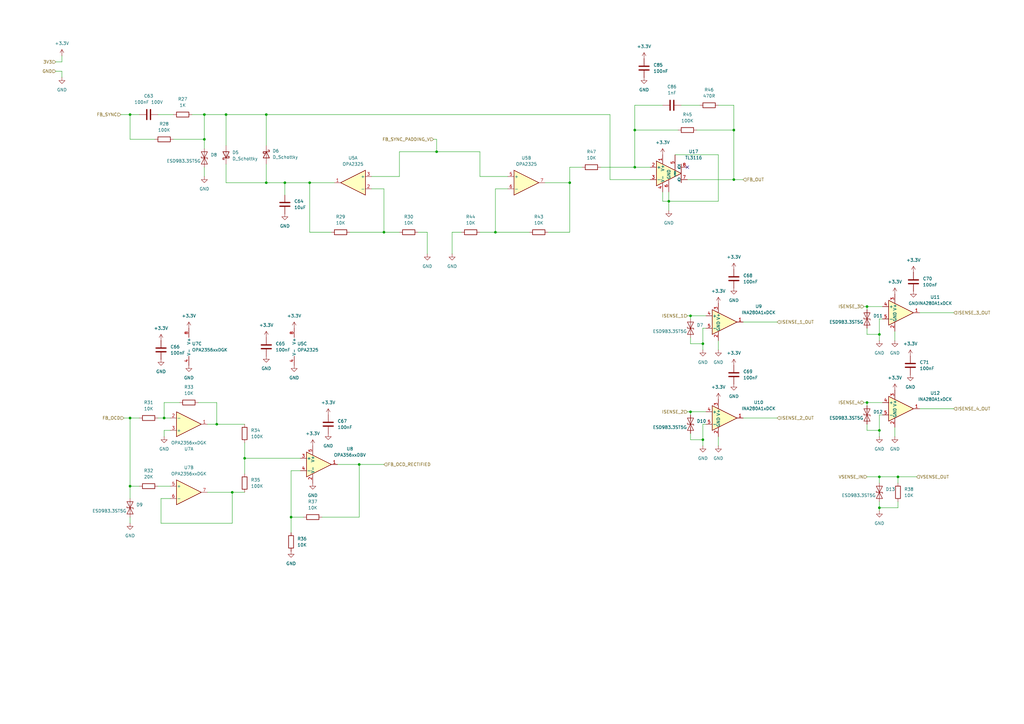
<source format=kicad_sch>
(kicad_sch (version 20250114) (generator "eeschema") (generator_version "9.0")
  (paper "A3")
  (lib_symbols
    (symbol "Amplifier_Current:INA280A1xDCK" (pin_names (offset 0.127))
      (property "Reference" "U" (at 3.81 3.81 0))
      (property "Value" "INA280A1xDCK" (at 3.81 -2.54 0))
      (symbol "INA280A1xDCK_0_1"
        (polyline (pts (xy 5.08 0) (xy -5.08 5.08) (xy -5.08 -5.08) (xy 5.08 0)) (stroke (width 0.254)) (fill (type background)))
      )
      (symbol "INA280A1xDCK_1_1"
        (pin input line (at -7.62 2.54 0) (length 2.54) (name "+") (number "4"))
        (pin input line (at -7.62 -2.54 0) (length 2.54) (name "-") (number "5"))
        (pin power_in line (at -2.54 7.62 270) (length 3.81) (name "V+") (number "3"))
        (pin power_in line (at -2.54 -7.62 90) (length 3.81) (name "GND") (number "2"))
        (pin output line (at 7.62 0 180) (length 2.54) (name "~") (number "1"))
      )
    )
    (symbol "Amplifier_Operational:OPA2325" (pin_names (offset 0.127))
      (property "Reference" "U" (at 0 5.08 0))
      (property "Value" "OPA2325" (at -1.27 -5.08 0))
      (symbol "OPA2325_1_1"
        (polyline (pts (xy -5.08 5.08) (xy 5.08 0) (xy -5.08 -5.08) (xy -5.08 5.08)) (stroke (width 0.254)) (fill (type background)))
        (pin input line (at -7.62 2.54 0) (length 2.54) (name "+") (number "3"))
        (pin input line (at -7.62 -2.54 0) (length 2.54) (name "-") (number "2"))
        (pin output line (at 7.62 0 180) (length 2.54) (name "~") (number "1"))
      )
      (symbol "OPA2325_2_1"
        (polyline (pts (xy -5.08 5.08) (xy 5.08 0) (xy -5.08 -5.08) (xy -5.08 5.08)) (stroke (width 0.254)) (fill (type background)))
        (pin input line (at -7.62 2.54 0) (length 2.54) (name "+") (number "5"))
        (pin input line (at -7.62 -2.54 0) (length 2.54) (name "-") (number "6"))
        (pin output line (at 7.62 0 180) (length 2.54) (name "~") (number "7"))
      )
      (symbol "OPA2325_3_1"
        (pin power_in line (at -2.54 7.62 270) (length 3.81) (name "V+") (number "8"))
        (pin power_in line (at -2.54 -7.62 90) (length 3.81) (name "V-") (number "4"))
      )
    )
    (symbol "Amplifier_Operational:OPA2356xxDGK" (pin_names (offset 0.127))
      (property "Reference" "U" (at 0 5.08 0))
      (property "Value" "OPA2356xxDGK" (at 0 -5.08 0))
      (symbol "OPA2356xxDGK_1_1"
        (polyline (pts (xy -5.08 5.08) (xy 5.08 0) (xy -5.08 -5.08) (xy -5.08 5.08)) (stroke (width 0.254)) (fill (type background)))
        (pin input line (at -7.62 2.54 0) (length 2.54) (name "+") (number "3"))
        (pin input line (at -7.62 -2.54 0) (length 2.54) (name "-") (number "2"))
        (pin output line (at 7.62 0 180) (length 2.54) (name "~") (number "1"))
      )
      (symbol "OPA2356xxDGK_2_1"
        (polyline (pts (xy -5.08 5.08) (xy 5.08 0) (xy -5.08 -5.08) (xy -5.08 5.08)) (stroke (width 0.254)) (fill (type background)))
        (pin input line (at -7.62 2.54 0) (length 2.54) (name "+") (number "5"))
        (pin input line (at -7.62 -2.54 0) (length 2.54) (name "-") (number "6"))
        (pin output line (at 7.62 0 180) (length 2.54) (name "~") (number "7"))
      )
      (symbol "OPA2356xxDGK_3_1"
        (pin power_in line (at -2.54 7.62 270) (length 3.81) (name "V+") (number "8"))
        (pin power_in line (at -2.54 -7.62 90) (length 3.81) (name "V-") (number "4"))
      )
    )
    (symbol "Amplifier_Operational:OPA356xxDBV" (pin_names (offset 0.127))
      (property "Reference" "U" (at -1.27 6.35 0))
      (property "Value" "OPA356xxDBV" (at -1.27 3.81 0))
      (symbol "OPA356xxDBV_0_1"
        (polyline (pts (xy -5.08 5.08) (xy 5.08 0) (xy -5.08 -5.08) (xy -5.08 5.08)) (stroke (width 0.254)) (fill (type background)))
        (pin power_in line (at -2.54 7.62 270) (length 3.81) (name "V+") (number "5"))
        (pin power_in line (at -2.54 -7.62 90) (length 3.81) (name "V-") (number "2"))
      )
      (symbol "OPA356xxDBV_1_1"
        (pin input line (at -7.62 2.54 0) (length 2.54) (name "+") (number "3"))
        (pin input line (at -7.62 -2.54 0) (length 2.54) (name "-") (number "4"))
        (pin output line (at 7.62 0 180) (length 2.54) (name "~") (number "1"))
      )
    )
    (symbol "Comparator:TL3116" (pin_names (offset 0.127))
      (property "Reference" "U" (at 3.81 6.35 0))
      (property "Value" "TL3116" (at 3.81 -5.08 0))
      (symbol "TL3116_0_1"
        (polyline (pts (xy -5.08 5.08) (xy 5.08 0) (xy -5.08 -5.08) (xy -5.08 5.08)) (stroke (width 0.254)) (fill (type background)))
        (polyline (pts (xy 5.08 3.81) (xy 5.08 -3.81)) (stroke (width 0.254)))
      )
      (symbol "TL3116_1_1"
        (pin input line (at -7.62 2.54 0) (length 2.54) (name "+") (number "2"))
        (pin input line (at -7.62 -2.54 0) (length 2.54) (name "-") (number "3"))
        (pin power_in line (at -2.54 7.62 270) (length 3.81) (name "V+") (number "1"))
        (pin power_in line (at -2.54 -7.62 90) (length 3.81) (name "V-") (number "4"))
        (pin power_in line (at 0 -7.62 90) (length 5.08) (name "GND") (number "6"))
        (pin input line (at 2.54 7.62 270) (length 6.35) (name "LATCH") (number "5"))
        (pin output line (at 7.62 2.54 180) (length 2.54) (name "~{Q}") (number "8"))
        (pin output line (at 7.62 -2.54 180) (length 2.54) (name "Q") (number "7"))
      )
    )
    (symbol "Device:C" (pin_numbers (hide yes)) (pin_names (offset 0.254))
      (property "Reference" "C" (at 0.635 2.54 0))
      (property "Value" "C" (at 0.635 -2.54 0))
      (symbol "C_0_1"
        (polyline (pts (xy -2.032 0.762) (xy 2.032 0.762)) (stroke (width 0.508)))
        (polyline (pts (xy -2.032 -0.762) (xy 2.032 -0.762)) (stroke (width 0.508)))
      )
      (symbol "C_1_1"
        (pin passive line (at 0 3.81 270) (length 2.794) (name "~") (number "1"))
        (pin passive line (at 0 -3.81 90) (length 2.794) (name "~") (number "2"))
      )
    )
    (symbol "Device:D_Schottky" (pin_numbers (hide yes)) (pin_names (offset 1.016) (hide yes))
      (property "Reference" "D" (at 0 2.54 0))
      (property "Value" "D_Schottky" (at 0 -2.54 0))
      (symbol "D_Schottky_0_1"
        (polyline (pts (xy -1.905 0.635) (xy -1.905 1.27) (xy -1.27 1.27) (xy -1.27 -1.27) (xy -0.635 -1.27) (xy -0.635 -0.635)) (stroke (width 0.254)))
        (polyline (pts (xy 1.27 1.27) (xy 1.27 -1.27) (xy -1.27 0) (xy 1.27 1.27)) (stroke (width 0.254)))
        (polyline (pts (xy 1.27 0) (xy -1.27 0)))
      )
      (symbol "D_Schottky_1_1"
        (pin passive line (at -3.81 0 0) (length 2.54) (name "K") (number "1"))
        (pin passive line (at 3.81 0 180) (length 2.54) (name "A") (number "2"))
      )
    )
    (symbol "Device:R" (pin_numbers (hide yes)) (pin_names (offset 0))
      (property "Reference" "R" (at 2.032 0 90))
      (property "Value" "R" (at 0 0 90))
      (symbol "R_0_1"
        (rectangle (start -1.016 -2.54) (end 1.016 2.54) (stroke (width 0.254)))
      )
      (symbol "R_1_1"
        (pin passive line (at 0 3.81 270) (length 1.27) (name "~") (number "1"))
        (pin passive line (at 0 -3.81 90) (length 1.27) (name "~") (number "2"))
      )
    )
    (symbol "Diode:ESD9B3.3ST5G" (pin_numbers (hide yes)) (pin_names (offset 1.016) (hide yes))
      (property "Reference" "D" (at 0 2.54 0))
      (property "Value" "ESD9B3.3ST5G" (at 0 -2.54 0))
      (symbol "ESD9B3.3ST5G_0_1"
        (polyline (pts (xy -2.54 -1.27) (xy 0 0) (xy -2.54 1.27) (xy -2.54 -1.27)) (stroke (width 0.2032)))
        (polyline (pts (xy 0.508 1.27) (xy 0 1.27) (xy 0 -1.27) (xy -0.508 -1.27)) (stroke (width 0.2032)))
        (polyline (pts (xy 1.27 0) (xy -1.27 0)))
        (polyline (pts (xy 2.54 1.27) (xy 2.54 -1.27) (xy 0 0) (xy 2.54 1.27)) (stroke (width 0.2032)))
      )
      (symbol "ESD9B3.3ST5G_1_1"
        (pin passive line (at -3.81 0 0) (length 2.54) (name "A1") (number "1"))
        (pin passive line (at 3.81 0 180) (length 2.54) (name "A2") (number "2"))
      )
    )
    (symbol "power:+3.3V" (power) (pin_numbers (hide yes)) (pin_names (offset 0) (hide yes))
      (property "Value" "+3.3V" (at 0 3.556 0))
      (symbol "+3.3V_0_1"
        (polyline (pts (xy -0.762 1.27) (xy 0 2.54)))
        (polyline (pts (xy 0 2.54) (xy 0.762 1.27)))
        (polyline (pts (xy 0 0) (xy 0 2.54)))
      )
      (symbol "+3.3V_1_1"
        (pin power_in line (at 0 0 90) (length 0) (name "~") (number "1"))
      )
    )
    (symbol "power:GND" (power) (pin_numbers (hide yes)) (pin_names (offset 0) (hide yes))
      (property "Value" "GND" (at 0 -3.81 0))
      (symbol "GND_0_1"
        (polyline (pts (xy 0 0) (xy 0 -1.27) (xy 1.27 -1.27) (xy 0 -2.54) (xy -1.27 -1.27) (xy 0 -1.27)))
      )
      (symbol "GND_1_1"
        (pin power_in line (at 0 0 270) (length 0) (name "~") (number "1"))
      )
    )
  )
  (junction (at 157.48 95.25))
  (junction (at 179.07 62.23))
  (junction (at 260.35 68.58))
  (junction (at 109.22 46.99))
  (junction (at 274.32 82.55))
  (junction (at 283.21 129.54))
  (junction (at 147.32 190.5))
  (junction (at 83.82 46.99))
  (junction (at 53.34 171.45))
  (junction (at 116.84 74.93))
  (junction (at 88.9 173.99))
  (junction (at 360.68 208.28))
  (junction (at 83.82 57.15))
  (junction (at 92.71 46.99))
  (junction (at 360.68 195.58))
  (junction (at 109.22 74.93))
  (junction (at 233.68 74.93))
  (junction (at 100.33 187.96))
  (junction (at 355.6 125.73))
  (junction (at 300.99 73.66))
  (junction (at 368.3 195.58))
  (junction (at 53.34 46.99))
  (junction (at 360.68 137.16))
  (junction (at 95.25 201.93))
  (junction (at 283.21 168.91))
  (junction (at 53.34 199.39))
  (junction (at 203.2 95.25))
  (junction (at 300.99 53.34))
  (junction (at 127 74.93))
  (junction (at 119.38 212.09))
  (junction (at 67.31 171.45))
  (junction (at 260.35 53.34))
  (junction (at 355.6 165.1))
  (junction (at 288.29 180.34))
  (junction (at 360.68 176.53))
  (junction (at 288.29 140.97))
  (no_connect (at 281.94 68.58))
  (wire (pts (xy 250.19 73.66) (xy 250.19 46.99)))
  (wire (pts (xy 127 74.93) (xy 137.16 74.93)))
  (wire (pts (xy 50.8 171.45) (xy 53.34 171.45)))
  (wire (pts (xy 294.64 182.88) (xy 294.64 179.07)))
  (wire (pts (xy 67.31 179.07) (xy 67.31 176.53)))
  (wire (pts (xy 360.68 176.53) (xy 360.68 170.18)))
  (wire (pts (xy 67.31 171.45) (xy 69.85 171.45)))
  (wire (pts (xy 67.31 176.53) (xy 69.85 176.53)))
  (wire (pts (xy 355.6 176.53) (xy 360.68 176.53)))
  (wire (pts (xy 116.84 74.93) (xy 109.22 74.93)))
  (wire (pts (xy 360.68 195.58) (xy 368.3 195.58)))
  (wire (pts (xy 288.29 173.99) (xy 289.56 173.99)))
  (wire (pts (xy 360.68 139.7) (xy 360.68 137.16)))
  (wire (pts (xy 83.82 68.58) (xy 83.82 72.39)))
  (wire (pts (xy 132.08 212.09) (xy 147.32 212.09)))
  (wire (pts (xy 283.21 180.34) (xy 288.29 180.34)))
  (wire (pts (xy 367.03 179.07) (xy 367.03 175.26)))
  (wire (pts (xy 300.99 73.66) (xy 281.94 73.66)))
  (wire (pts (xy 283.21 129.54) (xy 283.21 130.81)))
  (wire (pts (xy 66.04 204.47) (xy 66.04 214.63)))
  (wire (pts (xy 360.68 130.81) (xy 361.95 130.81)))
  (wire (pts (xy 288.29 140.97) (xy 288.29 134.62)))
  (wire (pts (xy 377.19 167.64) (xy 391.16 167.64)))
  (wire (pts (xy 53.34 171.45) (xy 53.34 199.39)))
  (wire (pts (xy 279.4 43.18) (xy 287.02 43.18)))
  (wire (pts (xy 185.42 104.14) (xy 185.42 95.25)))
  (wire (pts (xy 179.07 57.15) (xy 179.07 62.23)))
  (wire (pts (xy 283.21 140.97) (xy 288.29 140.97)))
  (wire (pts (xy 83.82 46.99) (xy 92.71 46.99)))
  (wire (pts (xy 175.26 95.25) (xy 171.45 95.25)))
  (wire (pts (xy 53.34 171.45) (xy 57.15 171.45)))
  (wire (pts (xy 147.32 190.5) (xy 157.48 190.5)))
  (wire (pts (xy 233.68 74.93) (xy 223.52 74.93)))
  (wire (pts (xy 53.34 212.09) (xy 53.34 214.63)))
  (wire (pts (xy 88.9 165.1) (xy 88.9 173.99)))
  (wire (pts (xy 53.34 199.39) (xy 53.34 204.47)))
  (wire (pts (xy 274.32 78.74) (xy 274.32 82.55)))
  (wire (pts (xy 360.68 205.74) (xy 360.68 208.28)))
  (wire (pts (xy 368.3 205.74) (xy 368.3 208.28)))
  (wire (pts (xy 66.04 214.63) (xy 95.25 214.63)))
  (wire (pts (xy 281.94 129.54) (xy 283.21 129.54)))
  (wire (pts (xy 143.51 95.25) (xy 157.48 95.25)))
  (wire (pts (xy 163.83 72.39) (xy 152.4 72.39)))
  (wire (pts (xy 283.21 168.91) (xy 289.56 168.91)))
  (wire (pts (xy 157.48 95.25) (xy 163.83 95.25)))
  (wire (pts (xy 147.32 212.09) (xy 147.32 190.5)))
  (wire (pts (xy 281.94 168.91) (xy 283.21 168.91)))
  (wire (pts (xy 127 74.93) (xy 127 95.25)))
  (wire (pts (xy 83.82 57.15) (xy 83.82 60.96)))
  (wire (pts (xy 377.19 128.27) (xy 391.16 128.27)))
  (wire (pts (xy 127 95.25) (xy 135.89 95.25)))
  (wire (pts (xy 64.77 199.39) (xy 69.85 199.39)))
  (wire (pts (xy 304.8 73.66) (xy 300.99 73.66)))
  (wire (pts (xy 64.77 46.99) (xy 71.12 46.99)))
  (wire (pts (xy 304.8 132.08) (xy 318.77 132.08)))
  (wire (pts (xy 304.8 171.45) (xy 318.77 171.45)))
  (wire (pts (xy 355.6 137.16) (xy 360.68 137.16)))
  (wire (pts (xy 355.6 134.62) (xy 355.6 137.16)))
  (wire (pts (xy 163.83 62.23) (xy 179.07 62.23)))
  (wire (pts (xy 355.6 125.73) (xy 361.95 125.73)))
  (wire (pts (xy 355.6 165.1) (xy 361.95 165.1)))
  (wire (pts (xy 233.68 74.93) (xy 233.68 95.25)))
  (wire (pts (xy 260.35 53.34) (xy 278.13 53.34)))
  (wire (pts (xy 354.33 165.1) (xy 355.6 165.1)))
  (wire (pts (xy 25.4 29.21) (xy 22.86 29.21)))
  (wire (pts (xy 360.68 208.28) (xy 360.68 209.55)))
  (wire (pts (xy 109.22 46.99) (xy 109.22 59.69)))
  (wire (pts (xy 163.83 62.23) (xy 163.83 72.39)))
  (wire (pts (xy 283.21 177.8) (xy 283.21 180.34)))
  (wire (pts (xy 64.77 171.45) (xy 67.31 171.45)))
  (wire (pts (xy 175.26 104.14) (xy 175.26 95.25)))
  (wire (pts (xy 368.3 195.58) (xy 368.3 198.12)))
  (wire (pts (xy 81.28 165.1) (xy 88.9 165.1)))
  (wire (pts (xy 95.25 201.93) (xy 100.33 201.93)))
  (wire (pts (xy 274.32 82.55) (xy 274.32 86.36)))
  (wire (pts (xy 92.71 74.93) (xy 92.71 67.31)))
  (wire (pts (xy 233.68 95.25) (xy 224.79 95.25)))
  (wire (pts (xy 355.6 165.1) (xy 355.6 166.37)))
  (wire (pts (xy 109.22 67.31) (xy 109.22 74.93)))
  (wire (pts (xy 355.6 173.99) (xy 355.6 176.53)))
  (wire (pts (xy 185.42 95.25) (xy 189.23 95.25)))
  (wire (pts (xy 25.4 25.4) (xy 25.4 22.86)))
  (wire (pts (xy 109.22 74.93) (xy 92.71 74.93)))
  (wire (pts (xy 368.3 195.58) (xy 375.92 195.58)))
  (wire (pts (xy 196.85 72.39) (xy 208.28 72.39)))
  (wire (pts (xy 92.71 46.99) (xy 109.22 46.99)))
  (wire (pts (xy 288.29 143.51) (xy 288.29 140.97)))
  (wire (pts (xy 246.38 68.58) (xy 260.35 68.58)))
  (wire (pts (xy 294.64 143.51) (xy 294.64 139.7)))
  (wire (pts (xy 217.17 95.25) (xy 203.2 95.25)))
  (wire (pts (xy 271.78 43.18) (xy 260.35 43.18)))
  (wire (pts (xy 271.78 82.55) (xy 274.32 82.55)))
  (wire (pts (xy 100.33 187.96) (xy 123.19 187.96)))
  (wire (pts (xy 53.34 46.99) (xy 53.34 57.15)))
  (wire (pts (xy 360.68 195.58) (xy 360.68 198.12)))
  (wire (pts (xy 294.64 63.5) (xy 294.64 82.55)))
  (wire (pts (xy 179.07 62.23) (xy 196.85 62.23)))
  (wire (pts (xy 49.53 46.99) (xy 53.34 46.99)))
  (wire (pts (xy 208.28 77.47) (xy 203.2 77.47)))
  (wire (pts (xy 203.2 95.25) (xy 196.85 95.25)))
  (wire (pts (xy 100.33 181.61) (xy 100.33 187.96)))
  (wire (pts (xy 147.32 190.5) (xy 138.43 190.5)))
  (wire (pts (xy 283.21 168.91) (xy 283.21 170.18)))
  (wire (pts (xy 288.29 182.88) (xy 288.29 180.34)))
  (wire (pts (xy 233.68 68.58) (xy 233.68 74.93)))
  (wire (pts (xy 276.86 63.5) (xy 294.64 63.5)))
  (wire (pts (xy 354.33 125.73) (xy 355.6 125.73)))
  (wire (pts (xy 367.03 139.7) (xy 367.03 135.89)))
  (wire (pts (xy 53.34 199.39) (xy 57.15 199.39)))
  (wire (pts (xy 355.6 195.58) (xy 360.68 195.58)))
  (wire (pts (xy 266.7 73.66) (xy 250.19 73.66)))
  (wire (pts (xy 238.76 68.58) (xy 233.68 68.58)))
  (wire (pts (xy 119.38 218.44) (xy 119.38 212.09)))
  (wire (pts (xy 92.71 46.99) (xy 92.71 59.69)))
  (wire (pts (xy 100.33 187.96) (xy 100.33 194.31)))
  (wire (pts (xy 109.22 46.99) (xy 250.19 46.99)))
  (wire (pts (xy 285.75 53.34) (xy 300.99 53.34)))
  (wire (pts (xy 177.8 57.15) (xy 179.07 57.15)))
  (wire (pts (xy 360.68 179.07) (xy 360.68 176.53)))
  (wire (pts (xy 67.31 165.1) (xy 67.31 171.45)))
  (wire (pts (xy 260.35 53.34) (xy 260.35 68.58)))
  (wire (pts (xy 294.64 82.55) (xy 274.32 82.55)))
  (wire (pts (xy 116.84 74.93) (xy 127 74.93)))
  (wire (pts (xy 88.9 173.99) (xy 85.09 173.99)))
  (wire (pts (xy 288.29 134.62) (xy 289.56 134.62)))
  (wire (pts (xy 260.35 68.58) (xy 266.7 68.58)))
  (wire (pts (xy 95.25 214.63) (xy 95.25 201.93)))
  (wire (pts (xy 152.4 77.47) (xy 157.48 77.47)))
  (wire (pts (xy 283.21 138.43) (xy 283.21 140.97)))
  (wire (pts (xy 196.85 62.23) (xy 196.85 72.39)))
  (wire (pts (xy 283.21 129.54) (xy 289.56 129.54)))
  (wire (pts (xy 300.99 53.34) (xy 300.99 73.66)))
  (wire (pts (xy 88.9 173.99) (xy 100.33 173.99)))
  (wire (pts (xy 360.68 137.16) (xy 360.68 130.81)))
  (wire (pts (xy 203.2 77.47) (xy 203.2 95.25)))
  (wire (pts (xy 119.38 193.04) (xy 119.38 212.09)))
  (wire (pts (xy 123.19 193.04) (xy 119.38 193.04)))
  (wire (pts (xy 260.35 43.18) (xy 260.35 53.34)))
  (wire (pts (xy 294.64 43.18) (xy 300.99 43.18)))
  (wire (pts (xy 53.34 46.99) (xy 57.15 46.99)))
  (wire (pts (xy 69.85 204.47) (xy 66.04 204.47)))
  (wire (pts (xy 300.99 43.18) (xy 300.99 53.34)))
  (wire (pts (xy 83.82 46.99) (xy 78.74 46.99)))
  (wire (pts (xy 368.3 208.28) (xy 360.68 208.28)))
  (wire (pts (xy 360.68 170.18) (xy 361.95 170.18)))
  (wire (pts (xy 288.29 180.34) (xy 288.29 173.99)))
  (wire (pts (xy 157.48 77.47) (xy 157.48 95.25)))
  (wire (pts (xy 116.84 80.01) (xy 116.84 74.93)))
  (wire (pts (xy 119.38 212.09) (xy 124.46 212.09)))
  (wire (pts (xy 73.66 165.1) (xy 67.31 165.1)))
  (wire (pts (xy 53.34 57.15) (xy 63.5 57.15)))
  (wire (pts (xy 271.78 78.74) (xy 271.78 82.55)))
  (wire (pts (xy 22.86 25.4) (xy 25.4 25.4)))
  (wire (pts (xy 355.6 125.73) (xy 355.6 127)))
  (wire (pts (xy 25.4 31.75) (xy 25.4 29.21)))
  (wire (pts (xy 95.25 201.93) (xy 85.09 201.93)))
  (wire (pts (xy 83.82 57.15) (xy 83.82 46.99)))
  (wire (pts (xy 71.12 57.15) (xy 83.82 57.15)))
  (hierarchical_label "ISENSE_3" (shape input) (at 354.33 125.73 180))
  (hierarchical_label "3V3" (shape input) (at 22.86 25.4 180))
  (hierarchical_label "FB_OUT" (shape input) (at 304.8 73.66 0))
  (hierarchical_label "ISENSE_2" (shape input) (at 281.94 168.91 180))
  (hierarchical_label "ISENSE_1_OUT" (shape input) (at 318.77 132.08 0))
  (hierarchical_label "FB_SYNC_PADDING_V" (shape input) (at 177.8 57.15 180))
  (hierarchical_label "FB_OCD" (shape input) (at 50.8 171.45 180))
  (hierarchical_label "VSENSE_OUT" (shape input) (at 375.92 195.58 0))
  (hierarchical_label "VSENSE_IN" (shape input) (at 355.6 195.58 180))
  (hierarchical_label "FB_SYNC" (shape input) (at 49.53 46.99 180))
  (hierarchical_label "ISENSE_2_OUT" (shape input) (at 318.77 171.45 0))
  (hierarchical_label "FB_OCD_RECTIFIED" (shape input) (at 157.48 190.5 0))
  (hierarchical_label "ISENSE_4_OUT" (shape input) (at 391.16 167.64 0))
  (hierarchical_label "ISENSE_4" (shape input) (at 354.33 165.1 180))
  (hierarchical_label "GND" (shape input) (at 22.86 29.21 180))
  (hierarchical_label "ISENSE_1" (shape input) (at 281.94 129.54 180))
  (hierarchical_label "ISENSE_3_OUT" (shape input) (at 391.16 128.27 0))
  (symbol (lib_id "power:GND") (at 264.16 31.75 0) (unit 1)
    (property "Reference" "#PWR0159" (effects (hide yes)))
    (property "Value" "GND" (at 264.16 36.83 0))
    (property "Description" "Power symbol creates a global label with name \"GND\" , ground" (effects (hide yes)))
  )
  (symbol (lib_id "power:+3.3V") (at 264.16 24.13 0) (unit 1)
    (property "Reference" "#PWR0158" (effects (hide yes)))
    (property "Value" "+3.3V" (at 264.16 19.05 0))
    (property "Description" "Power symbol creates a global label with name \"+3.3V\"" (effects (hide yes)))
  )
  (symbol (lib_id "power:+3.3V") (at 25.4 22.86 0) (unit 1)
    (property "Reference" "#PWR087" (effects (hide yes)))
    (property "Value" "+3.3V" (at 25.4 17.78 0))
    (property "Description" "Power symbol creates a global label with name \"+3.3V\"" (effects (hide yes)))
  )
  (symbol (lib_id "Device:R") (at 60.96 199.39 90) (unit 1)
    (property "Reference" "R32" (at 60.96 193.04 90))
    (property "Value" "20K" (at 60.96 195.58 90))
    (property "Footprint" "Resistor_SMD:R_0402_1005Metric" (effects (hide yes)))
    (property "Description" "Resistor" (effects (hide yes)))
  )
  (symbol (lib_id "power:GND") (at 185.42 104.14 0) (mirror y) (unit 1)
    (property "Reference" "#PWR086" (effects (hide yes)))
    (property "Value" "GND" (at 185.42 109.22 0))
    (property "Description" "Power symbol creates a global label with name \"GND\" , ground" (effects (hide yes)))
  )
  (symbol (lib_id "power:GND") (at 119.38 226.06 0) (unit 1)
    (property "Reference" "#PWR0101" (effects (hide yes)))
    (property "Value" "GND" (at 119.38 231.14 0))
    (property "Description" "Power symbol creates a global label with name \"GND\" , ground" (effects (hide yes)))
  )
  (symbol (lib_id "Comparator:TL3116") (at 274.32 71.12 0) (unit 1)
    (property "Reference" "U17" (at 284.48 62.1598 0))
    (property "Value" "TL3116" (at 284.48 64.6998 0))
    (property "Footprint" "Package_SO:TSSOP-8_4.4x3mm_P0.65mm" (effects (hide yes)))
    (property "Datasheet" "http://www.ti.com/lit/ds/symlink/tl3116.pdf" (effects (hide yes)))
    (property "Description" "Single Ultra-Fast Low-Power Precision Comparators, SOIC-8/TSSOP-8" (effects (hide yes)))
  )
  (symbol (lib_id "power:+3.3V") (at 120.65 134.62 0) (unit 1)
    (property "Reference" "#PWR0155" (effects (hide yes)))
    (property "Value" "+3.3V" (at 120.65 129.54 0))
    (property "Description" "Power symbol creates a global label with name \"+3.3V\"" (effects (hide yes)))
  )
  (symbol (lib_id "Device:R") (at 220.98 95.25 270) (mirror x) (unit 1)
    (property "Reference" "R43" (at 220.98 88.9 90))
    (property "Value" "10K" (at 220.98 91.44 90))
    (property "Footprint" "Resistor_SMD:R_0402_1005Metric" (effects (hide yes)))
    (property "Description" "Resistor" (effects (hide yes)))
  )
  (symbol (lib_id "Amplifier_Operational:OPA2325") (at 123.19 142.24 0) (unit 3)
    (property "Reference" "U5" (at 121.92 140.9699 0) (effects (justify left)))
    (property "Value" "OPA2325" (at 121.92 143.5099 0) (effects (justify left)))
    (property "Footprint" "Package_SO:SOIC-8_3.9x4.9mm_P1.27mm" (effects (hide yes)))
    (property "Datasheet" "http://www.ti.com/lit/ds/symlink/opa2325.pdf" (effects (hide yes)))
    (property "Description" "Precision, 10-MHz, Low-Noise, Low-Power, RRIO, CMOS Operational Amplifier, SOIC-8" (effects (hide yes)))
  )
  (symbol (lib_id "power:+3.3V") (at 294.64 124.46 0) (unit 1)
    (property "Reference" "#PWR0105" (effects (hide yes)))
    (property "Value" "+3.3V" (at 294.64 119.38 0))
    (property "Description" "Power symbol creates a global label with name \"+3.3V\"" (effects (hide yes)))
  )
  (symbol (lib_id "Amplifier_Current:INA280A1xDCK") (at 297.18 132.08 0) (unit 1)
    (property "Reference" "U9" (at 311.15 125.6598 0))
    (property "Value" "INA280A1xDCK" (at 311.15 128.1998 0))
    (property "Footprint" "Package_TO_SOT_SMD:SOT-353_SC-70-5" (effects (hide yes)))
    (property "Datasheet" "https://www.ti.com/lit/ds/symlink/ina280.pdf" (effects (hide yes)))
    (property "Description" "Current Sense Amplifier, 2.7-V to 120-V Common Mode, 1.1-MHz, Gain 20 V/V, SC-70" (effects (hide yes)))
  )
  (symbol (lib_id "Device:R") (at 193.04 95.25 270) (mirror x) (unit 1)
    (property "Reference" "R44" (at 193.04 88.9 90))
    (property "Value" "10K" (at 193.04 91.44 90))
    (property "Footprint" "Resistor_SMD:R_0402_1005Metric" (effects (hide yes)))
    (property "Description" "Resistor" (effects (hide yes)))
  )
  (symbol (lib_id "power:+3.3V") (at 367.03 160.02 0) (unit 1)
    (property "Reference" "#PWR0118" (effects (hide yes)))
    (property "Value" "+3.3V" (at 367.03 154.94 0))
    (property "Description" "Power symbol creates a global label with name \"+3.3V\"" (effects (hide yes)))
  )
  (symbol (lib_id "Device:C") (at 275.59 43.18 270) (unit 1)
    (property "Reference" "C86" (at 275.59 35.56 90))
    (property "Value" "1nF" (at 275.59 38.1 90))
    (property "Footprint" "Capacitor_SMD:C_0402_1005Metric" (effects (hide yes)))
    (property "Description" "Unpolarized capacitor" (effects (hide yes)))
  )
  (symbol (lib_id "power:GND") (at 134.62 177.8 0) (unit 1)
    (property "Reference" "#PWR098" (effects (hide yes)))
    (property "Value" "GND" (at 134.62 182.88 0))
    (property "Description" "Power symbol creates a global label with name \"GND\" , ground" (effects (hide yes)))
  )
  (symbol (lib_id "Amplifier_Operational:OPA356xxDBV") (at 130.81 190.5 0) (unit 1)
    (property "Reference" "U8" (at 143.51 184.0798 0))
    (property "Value" "OPA356xxDBV" (at 143.51 186.6198 0))
    (property "Footprint" "Package_TO_SOT_SMD:SOT-23-5" (effects (hide yes)))
    (property "Datasheet" "http://www.ti.com/lit/ds/symlink/opa356.pdf" (effects (hide yes)))
    (property "Description" "Single High Speed CMOS Operational Amplifier, SOT-23-5" (effects (hide yes)))
  )
  (symbol (lib_id "Amplifier_Current:INA280A1xDCK") (at 369.57 167.64 0) (unit 1)
    (property "Reference" "U12" (at 383.54 161.2198 0))
    (property "Value" "INA280A1xDCK" (at 383.54 163.7598 0))
    (property "Footprint" "Package_TO_SOT_SMD:SOT-353_SC-70-5" (effects (hide yes)))
    (property "Datasheet" "https://www.ti.com/lit/ds/symlink/ina280.pdf" (effects (hide yes)))
    (property "Description" "Current Sense Amplifier, 2.7-V to 120-V Common Mode, 1.1-MHz, Gain 20 V/V, SC-70" (effects (hide yes)))
  )
  (symbol (lib_id "Device:C") (at 264.16 27.94 180) (unit 1)
    (property "Reference" "C85" (at 267.97 26.6699 0) (effects (justify right)))
    (property "Value" "100nF" (at 267.97 29.2099 0) (effects (justify right)))
    (property "Footprint" "Capacitor_SMD:C_0402_1005Metric" (effects (hide yes)))
    (property "Description" "Unpolarized capacitor" (effects (hide yes)))
  )
  (symbol (lib_id "Device:R") (at 119.38 222.25 180) (unit 1)
    (property "Reference" "R36" (at 121.92 220.9799 0) (effects (justify right)))
    (property "Value" "10K" (at 121.92 223.5199 0) (effects (justify right)))
    (property "Footprint" "Resistor_SMD:R_0402_1005Metric" (effects (hide yes)))
    (property "Description" "Resistor" (effects (hide yes)))
  )
  (symbol (lib_id "power:GND") (at 288.29 182.88 0) (unit 1)
    (property "Reference" "#PWR0109" (effects (hide yes)))
    (property "Value" "GND" (at 288.29 187.96 0))
    (property "Description" "Power symbol creates a global label with name \"GND\" , ground" (effects (hide yes)))
  )
  (symbol (lib_id "Device:C") (at 60.96 46.99 90) (unit 1)
    (property "Reference" "C63" (at 60.96 39.37 90))
    (property "Value" "100nF 100V" (at 60.96 41.91 90))
    (property "Footprint" "Capacitor_SMD:C_1206_3216Metric" (effects (hide yes)))
    (property "Description" "Unpolarized capacitor" (effects (hide yes)))
  )
  (symbol (lib_id "power:+3.3V") (at 300.99 110.49 0) (unit 1)
    (property "Reference" "#PWR0102" (effects (hide yes)))
    (property "Value" "+3.3V" (at 300.99 105.41 0))
    (property "Description" "Power symbol creates a global label with name \"+3.3V\"" (effects (hide yes)))
  )
  (symbol (lib_id "Amplifier_Operational:OPA2325") (at 215.9 74.93 0) (unit 2)
    (property "Reference" "U5" (at 215.9 64.77 0))
    (property "Value" "OPA2325" (at 215.9 67.31 0))
    (property "Footprint" "Package_SO:SOIC-8_3.9x4.9mm_P1.27mm" (effects (hide yes)))
    (property "Datasheet" "http://www.ti.com/lit/ds/symlink/opa2325.pdf" (effects (hide yes)))
    (property "Description" "Precision, 10-MHz, Low-Noise, Low-Power, RRIO, CMOS Operational Amplifier, SOIC-8" (effects (hide yes)))
  )
  (symbol (lib_id "power:GND") (at 274.32 86.36 0) (unit 1)
    (property "Reference" "#PWR088" (effects (hide yes)))
    (property "Value" "GND" (at 274.32 91.44 0))
    (property "Description" "Power symbol creates a global label with name \"GND\" , ground" (effects (hide yes)))
  )
  (symbol (lib_id "power:+3.3V") (at 374.65 111.76 0) (unit 1)
    (property "Reference" "#PWR0120" (effects (hide yes)))
    (property "Value" "+3.3V" (at 374.65 106.68 0))
    (property "Description" "Power symbol creates a global label with name \"+3.3V\"" (effects (hide yes)))
  )
  (symbol (lib_id "power:GND") (at 83.82 72.39 0) (unit 1)
    (property "Reference" "#PWR0107" (effects (hide yes)))
    (property "Value" "GND" (at 83.82 77.47 0))
    (property "Description" "Power symbol creates a global label with name \"GND\" , ground" (effects (hide yes)))
  )
  (symbol (lib_id "power:GND") (at 360.68 179.07 0) (unit 1)
    (property "Reference" "#PWR0115" (effects (hide yes)))
    (property "Value" "GND" (at 360.68 184.15 0))
    (property "Description" "Power symbol creates a global label with name \"GND\" , ground" (effects (hide yes)))
  )
  (symbol (lib_id "Device:C") (at 134.62 173.99 180) (unit 1)
    (property "Reference" "C67" (at 138.43 172.7199 0) (effects (justify right)))
    (property "Value" "100nF" (at 138.43 175.2599 0) (effects (justify right)))
    (property "Footprint" "Capacitor_SMD:C_0402_1005Metric" (effects (hide yes)))
    (property "Description" "Unpolarized capacitor" (effects (hide yes)))
  )
  (symbol (lib_id "Amplifier_Operational:OPA2325") (at 144.78 74.93 0) (mirror y) (unit 1)
    (property "Reference" "U5" (at 144.78 64.77 0))
    (property "Value" "OPA2325" (at 144.78 67.31 0))
    (property "Footprint" "Package_SO:SOIC-8_3.9x4.9mm_P1.27mm" (effects (hide yes)))
    (property "Datasheet" "http://www.ti.com/lit/ds/symlink/opa2325.pdf" (effects (hide yes)))
    (property "Description" "Precision, 10-MHz, Low-Noise, Low-Power, RRIO, CMOS Operational Amplifier, SOIC-8" (effects (hide yes)))
  )
  (symbol (lib_id "power:+3.3V") (at 128.27 182.88 0) (unit 1)
    (property "Reference" "#PWR099" (effects (hide yes)))
    (property "Value" "+3.3V" (at 128.27 177.8 0))
    (property "Description" "Power symbol creates a global label with name \"+3.3V\"" (effects (hide yes)))
  )
  (symbol (lib_id "Amplifier_Operational:OPA2356xxDGK") (at 77.47 201.93 0) (unit 2)
    (property "Reference" "U7" (at 77.47 191.77 0))
    (property "Value" "OPA2356xxDGK" (at 77.47 194.31 0))
    (property "Footprint" "Package_SO:SOIC-8_3.9x4.9mm_P1.27mm" (effects (hide yes)))
    (property "Datasheet" "http://www.ti.com/lit/ds/symlink/opa2356.pdf" (effects (hide yes)))
    (property "Description" "Dual High Speed CMOS Operational Amplifiers, VSSOP-8" (effects (hide yes)))
  )
  (symbol (lib_id "power:GND") (at 300.99 157.48 0) (unit 1)
    (property "Reference" "#PWR0113" (effects (hide yes)))
    (property "Value" "GND" (at 300.99 162.56 0))
    (property "Description" "Power symbol creates a global label with name \"GND\" , ground" (effects (hide yes)))
  )
  (symbol (lib_id "Device:C") (at 300.99 114.3 180) (unit 1)
    (property "Reference" "C68" (at 304.8 113.0299 0) (effects (justify right)))
    (property "Value" "100nF" (at 304.8 115.5699 0) (effects (justify right)))
    (property "Footprint" "Capacitor_SMD:C_0402_1005Metric" (effects (hide yes)))
    (property "Description" "Unpolarized capacitor" (effects (hide yes)))
  )
  (symbol (lib_id "Device:C") (at 374.65 115.57 180) (unit 1)
    (property "Reference" "C70" (at 378.46 114.2999 0) (effects (justify right)))
    (property "Value" "100nF" (at 378.46 116.8399 0) (effects (justify right)))
    (property "Footprint" "Capacitor_SMD:C_0402_1005Metric" (effects (hide yes)))
    (property "Description" "Unpolarized capacitor" (effects (hide yes)))
  )
  (symbol (lib_id "Diode:ESD9B3.3ST5G") (at 283.21 173.99 90) (unit 1)
    (property "Reference" "D10" (at 285.75 172.7199 90) (effects (justify right)))
    (property "Value" "ESD9B3.3ST5G" (at 267.716 175.26 90) (effects (justify right)))
    (property "Footprint" "Diode_SMD:D_SOD-923" (effects (hide yes)))
    (property "Datasheet" "https://www.onsemi.com/pub/Collateral/ESD9B-D.PDF" (effects (hide yes)))
    (property "Description" "ESD protection diode, 3.3Vrwm, SOD-923" (effects (hide yes)))
  )
  (symbol (lib_id "Device:R") (at 100.33 177.8 180) (unit 1)
    (property "Reference" "R34" (at 102.87 176.5299 0) (effects (justify right)))
    (property "Value" "100K" (at 102.87 179.0699 0) (effects (justify right)))
    (property "Footprint" "Resistor_SMD:R_0402_1005Metric" (effects (hide yes)))
    (property "Description" "Resistor" (effects (hide yes)))
  )
  (symbol (lib_id "Device:R") (at 167.64 95.25 90) (unit 1)
    (property "Reference" "R30" (at 167.64 88.9 90))
    (property "Value" "10K" (at 167.64 91.44 90))
    (property "Footprint" "Resistor_SMD:R_0402_1005Metric" (effects (hide yes)))
    (property "Description" "Resistor" (effects (hide yes)))
  )
  (symbol (lib_id "power:GND") (at 300.99 118.11 0) (unit 1)
    (property "Reference" "#PWR0103" (effects (hide yes)))
    (property "Value" "GND" (at 300.99 123.19 0))
    (property "Description" "Power symbol creates a global label with name \"GND\" , ground" (effects (hide yes)))
  )
  (symbol (lib_id "power:+3.3V") (at 300.99 149.86 0) (unit 1)
    (property "Reference" "#PWR0112" (effects (hide yes)))
    (property "Value" "+3.3V" (at 300.99 144.78 0))
    (property "Description" "Power symbol creates a global label with name \"+3.3V\"" (effects (hide yes)))
  )
  (symbol (lib_id "Device:R") (at 290.83 43.18 270) (mirror x) (unit 1)
    (property "Reference" "R46" (at 290.83 36.83 90))
    (property "Value" "470R" (at 290.83 39.37 90))
    (property "Footprint" "Resistor_SMD:R_0402_1005Metric" (effects (hide yes)))
    (property "Description" "Resistor" (effects (hide yes)))
  )
  (symbol (lib_id "Device:R") (at 67.31 57.15 90) (unit 1)
    (property "Reference" "R28" (at 67.31 50.8 90))
    (property "Value" "100K" (at 67.31 53.34 90))
    (property "Footprint" "Resistor_SMD:R_1206_3216Metric" (effects (hide yes)))
    (property "Description" "Resistor" (effects (hide yes)))
  )
  (symbol (lib_id "power:+3.3V") (at 77.47 134.62 0) (unit 1)
    (property "Reference" "#PWR094" (effects (hide yes)))
    (property "Value" "+3.3V" (at 77.47 129.54 0))
    (property "Description" "Power symbol creates a global label with name \"+3.3V\"" (effects (hide yes)))
  )
  (symbol (lib_id "power:GND") (at 116.84 87.63 0) (unit 1)
    (property "Reference" "#PWR085" (effects (hide yes)))
    (property "Value" "GND" (at 116.84 92.71 0))
    (property "Description" "Power symbol creates a global label with name \"GND\" , ground" (effects (hide yes)))
  )
  (symbol (lib_id "power:GND") (at 25.4 31.75 0) (unit 1)
    (property "Reference" "#PWR083" (effects (hide yes)))
    (property "Value" "GND" (at 25.4 36.83 0))
    (property "Description" "Power symbol creates a global label with name \"GND\" , ground" (effects (hide yes)))
  )
  (symbol (lib_id "power:+3.3V") (at 109.22 138.43 0) (unit 1)
    (property "Reference" "#PWR089" (effects (hide yes)))
    (property "Value" "+3.3V" (at 109.22 133.35 0))
    (property "Description" "Power symbol creates a global label with name \"+3.3V\"" (effects (hide yes)))
  )
  (symbol (lib_id "Diode:ESD9B3.3ST5G") (at 355.6 130.81 90) (unit 1)
    (property "Reference" "D11" (at 358.14 129.5399 90) (effects (justify right)))
    (property "Value" "ESD9B3.3ST5G" (at 340.106 132.08 90) (effects (justify right)))
    (property "Footprint" "Diode_SMD:D_SOD-923" (effects (hide yes)))
    (property "Datasheet" "https://www.onsemi.com/pub/Collateral/ESD9B-D.PDF" (effects (hide yes)))
    (property "Description" "ESD protection diode, 3.3Vrwm, SOD-923" (effects (hide yes)))
  )
  (symbol (lib_id "Device:R") (at 74.93 46.99 90) (unit 1)
    (property "Reference" "R27" (at 74.93 40.64 90))
    (property "Value" "1K" (at 74.93 43.18 90))
    (property "Footprint" "Resistor_SMD:R_1206_3216Metric" (effects (hide yes)))
    (property "Description" "Resistor" (effects (hide yes)))
  )
  (symbol (lib_id "power:+3.3V") (at 294.64 163.83 0) (unit 1)
    (property "Reference" "#PWR0110" (effects (hide yes)))
    (property "Value" "+3.3V" (at 294.64 158.75 0))
    (property "Description" "Power symbol creates a global label with name \"+3.3V\"" (effects (hide yes)))
  )
  (symbol (lib_id "power:GND") (at 77.47 149.86 0) (unit 1)
    (property "Reference" "#PWR095" (effects (hide yes)))
    (property "Value" "GND" (at 77.47 154.94 0))
    (property "Description" "Power symbol creates a global label with name \"GND\" , ground" (effects (hide yes)))
  )
  (symbol (lib_id "Diode:ESD9B3.3ST5G") (at 53.34 208.28 90) (unit 1)
    (property "Reference" "D9" (at 55.88 207.0099 90) (effects (justify right)))
    (property "Value" "ESD9B3.3ST5G" (at 37.846 209.55 90) (effects (justify right)))
    (property "Footprint" "Diode_SMD:D_SOD-923" (effects (hide yes)))
    (property "Datasheet" "https://www.onsemi.com/pub/Collateral/ESD9B-D.PDF" (effects (hide yes)))
    (property "Description" "ESD protection diode, 3.3Vrwm, SOD-923" (effects (hide yes)))
  )
  (symbol (lib_id "Device:R") (at 128.27 212.09 90) (unit 1)
    (property "Reference" "R37" (at 128.27 205.74 90))
    (property "Value" "10K" (at 128.27 208.28 90))
    (property "Footprint" "Resistor_SMD:R_0402_1005Metric" (effects (hide yes)))
    (property "Description" "Resistor" (effects (hide yes)))
  )
  (symbol (lib_id "power:GND") (at 66.04 147.32 0) (unit 1)
    (property "Reference" "#PWR093" (effects (hide yes)))
    (property "Value" "GND" (at 66.04 152.4 0))
    (property "Description" "Power symbol creates a global label with name \"GND\" , ground" (effects (hide yes)))
  )
  (symbol (lib_id "power:GND") (at 175.26 104.14 0) (unit 1)
    (property "Reference" "#PWR091" (effects (hide yes)))
    (property "Value" "GND" (at 175.26 109.22 0))
    (property "Description" "Power symbol creates a global label with name \"GND\" , ground" (effects (hide yes)))
  )
  (symbol (lib_id "Amplifier_Current:INA280A1xDCK") (at 369.57 128.27 0) (unit 1)
    (property "Reference" "U11" (at 383.54 121.8498 0))
    (property "Value" "INA280A1xDCK" (at 383.54 124.3898 0))
    (property "Footprint" "Package_TO_SOT_SMD:SOT-353_SC-70-5" (effects (hide yes)))
    (property "Datasheet" "https://www.ti.com/lit/ds/symlink/ina280.pdf" (effects (hide yes)))
    (property "Description" "Current Sense Amplifier, 2.7-V to 120-V Common Mode, 1.1-MHz, Gain 20 V/V, SC-70" (effects (hide yes)))
  )
  (symbol (lib_id "Diode:ESD9B3.3ST5G") (at 83.82 64.77 90) (unit 1)
    (property "Reference" "D8" (at 86.36 63.4999 90) (effects (justify right)))
    (property "Value" "ESD9B3.3ST5G" (at 68.326 66.04 90) (effects (justify right)))
    (property "Footprint" "Diode_SMD:D_SOD-923" (effects (hide yes)))
    (property "Datasheet" "https://www.onsemi.com/pub/Collateral/ESD9B-D.PDF" (effects (hide yes)))
    (property "Description" "ESD protection diode, 3.3Vrwm, SOD-923" (effects (hide yes)))
  )
  (symbol (lib_id "Device:R") (at 77.47 165.1 90) (unit 1)
    (property "Reference" "R33" (at 77.47 158.75 90))
    (property "Value" "10K" (at 77.47 161.29 90))
    (property "Footprint" "Resistor_SMD:R_0402_1005Metric" (effects (hide yes)))
    (property "Description" "Resistor" (effects (hide yes)))
  )
  (symbol (lib_id "Diode:ESD9B3.3ST5G") (at 360.68 201.93 90) (unit 1)
    (property "Reference" "D13" (at 363.22 200.6599 90) (effects (justify right)))
    (property "Value" "ESD9B3.3ST5G" (at 345.186 203.2 90) (effects (justify right)))
    (property "Footprint" "Diode_SMD:D_SOD-923" (effects (hide yes)))
    (property "Datasheet" "https://www.onsemi.com/pub/Collateral/ESD9B-D.PDF" (effects (hide yes)))
    (property "Description" "ESD protection diode, 3.3Vrwm, SOD-923" (effects (hide yes)))
  )
  (symbol (lib_id "Amplifier_Operational:OPA2356xxDGK") (at 80.01 142.24 0) (unit 3)
    (property "Reference" "U7" (at 78.74 140.9699 0) (effects (justify left)))
    (property "Value" "OPA2356xxDGK" (at 78.74 143.5099 0) (effects (justify left)))
    (property "Footprint" "Package_SO:SOIC-8_3.9x4.9mm_P1.27mm" (effects (hide yes)))
    (property "Datasheet" "http://www.ti.com/lit/ds/symlink/opa2356.pdf" (effects (hide yes)))
    (property "Description" "Dual High Speed CMOS Operational Amplifiers, VSSOP-8" (effects (hide yes)))
  )
  (symbol (lib_id "power:GND") (at 53.34 214.63 0) (unit 1)
    (property "Reference" "#PWR0108" (effects (hide yes)))
    (property "Value" "GND" (at 53.34 219.71 0))
    (property "Description" "Power symbol creates a global label with name \"GND\" , ground" (effects (hide yes)))
  )
  (symbol (lib_id "Device:R") (at 242.57 68.58 270) (mirror x) (unit 1)
    (property "Reference" "R47" (at 242.57 62.23 90))
    (property "Value" "10K" (at 242.57 64.77 90))
    (property "Footprint" "Resistor_SMD:R_0402_1005Metric" (effects (hide yes)))
    (property "Description" "Resistor" (effects (hide yes)))
  )
  (symbol (lib_id "power:+3.3V") (at 66.04 139.7 0) (unit 1)
    (property "Reference" "#PWR092" (effects (hide yes)))
    (property "Value" "+3.3V" (at 66.04 134.62 0))
    (property "Description" "Power symbol creates a global label with name \"+3.3V\"" (effects (hide yes)))
  )
  (symbol (lib_id "Device:R") (at 60.96 171.45 90) (unit 1)
    (property "Reference" "R31" (at 60.96 165.1 90))
    (property "Value" "10K" (at 60.96 167.64 90))
    (property "Footprint" "Resistor_SMD:R_0402_1005Metric" (effects (hide yes)))
    (property "Description" "Resistor" (effects (hide yes)))
  )
  (symbol (lib_id "Amplifier_Current:INA280A1xDCK") (at 297.18 171.45 0) (unit 1)
    (property "Reference" "U10" (at 311.15 165.0298 0))
    (property "Value" "INA280A1xDCK" (at 311.15 167.5698 0))
    (property "Footprint" "Package_TO_SOT_SMD:SOT-353_SC-70-5" (effects (hide yes)))
    (property "Datasheet" "https://www.ti.com/lit/ds/symlink/ina280.pdf" (effects (hide yes)))
    (property "Description" "Current Sense Amplifier, 2.7-V to 120-V Common Mode, 1.1-MHz, Gain 20 V/V, SC-70" (effects (hide yes)))
  )
  (symbol (lib_id "power:GND") (at 373.38 153.67 0) (unit 1)
    (property "Reference" "#PWR0123" (effects (hide yes)))
    (property "Value" "GND" (at 373.38 158.75 0))
    (property "Description" "Power symbol creates a global label with name \"GND\" , ground" (effects (hide yes)))
  )
  (symbol (lib_id "power:GND") (at 288.29 143.51 0) (unit 1)
    (property "Reference" "#PWR0106" (effects (hide yes)))
    (property "Value" "GND" (at 288.29 148.59 0))
    (property "Description" "Power symbol creates a global label with name \"GND\" , ground" (effects (hide yes)))
  )
  (symbol (lib_id "power:+3.3V") (at 373.38 146.05 0) (unit 1)
    (property "Reference" "#PWR0122" (effects (hide yes)))
    (property "Value" "+3.3V" (at 373.38 140.97 0))
    (property "Description" "Power symbol creates a global label with name \"+3.3V\"" (effects (hide yes)))
  )
  (symbol (lib_id "Diode:ESD9B3.3ST5G") (at 283.21 134.62 90) (unit 1)
    (property "Reference" "D7" (at 285.75 133.3499 90) (effects (justify right)))
    (property "Value" "ESD9B3.3ST5G" (at 267.716 135.89 90) (effects (justify right)))
    (property "Footprint" "Diode_SMD:D_SOD-923" (effects (hide yes)))
    (property "Datasheet" "https://www.onsemi.com/pub/Collateral/ESD9B-D.PDF" (effects (hide yes)))
    (property "Description" "ESD protection diode, 3.3Vrwm, SOD-923" (effects (hide yes)))
  )
  (symbol (lib_id "power:GND") (at 367.03 139.7 0) (unit 1)
    (property "Reference" "#PWR0117" (effects (hide yes)))
    (property "Value" "GND" (at 367.03 144.78 0))
    (property "Description" "Power symbol creates a global label with name \"GND\" , ground" (effects (hide yes)))
  )
  (symbol (lib_id "Device:R") (at 368.3 201.93 180) (unit 1)
    (property "Reference" "R38" (at 370.84 200.6599 0) (effects (justify right)))
    (property "Value" "10K" (at 370.84 203.1999 0) (effects (justify right)))
    (property "Footprint" "Resistor_SMD:R_0402_1005Metric" (effects (hide yes)))
    (property "Description" "Resistor" (effects (hide yes)))
  )
  (symbol (lib_id "power:GND") (at 360.68 209.55 0) (unit 1)
    (property "Reference" "#PWR0124" (effects (hide yes)))
    (property "Value" "GND" (at 360.68 214.63 0))
    (property "Description" "Power symbol creates a global label with name \"GND\" , ground" (effects (hide yes)))
  )
  (symbol (lib_id "Device:C") (at 116.84 83.82 180) (unit 1)
    (property "Reference" "C64" (at 120.65 82.5499 0) (effects (justify right)))
    (property "Value" "10uF" (at 120.65 85.0899 0) (effects (justify right)))
    (property "Footprint" "Capacitor_SMD:C_1210_3225Metric" (effects (hide yes)))
    (property "Description" "Unpolarized capacitor" (effects (hide yes)))
  )
  (symbol (lib_id "Device:D_Schottky") (at 92.71 63.5 90) (unit 1)
    (property "Reference" "D5" (at 95.25 62.5474 90) (effects (justify right)))
    (property "Value" "D_Schottky" (at 95.25 65.0874 90) (effects (justify right)))
    (property "Footprint" "Diode_SMD:D_SOD-123" (effects (hide yes)))
    (property "Description" "Schottky diode" (effects (hide yes)))
  )
  (symbol (lib_id "Amplifier_Operational:OPA2356xxDGK") (at 77.47 173.99 0) (mirror x) (unit 1)
    (property "Reference" "U7" (at 77.47 184.15 0))
    (property "Value" "OPA2356xxDGK" (at 77.47 181.61 0))
    (property "Footprint" "Package_SO:SOIC-8_3.9x4.9mm_P1.27mm" (effects (hide yes)))
    (property "Datasheet" "http://www.ti.com/lit/ds/symlink/opa2356.pdf" (effects (hide yes)))
    (property "Description" "Dual High Speed CMOS Operational Amplifiers, VSSOP-8" (effects (hide yes)))
  )
  (symbol (lib_id "power:+3.3V") (at 134.62 170.18 0) (unit 1)
    (property "Reference" "#PWR097" (effects (hide yes)))
    (property "Value" "+3.3V" (at 134.62 165.1 0))
    (property "Description" "Power symbol creates a global label with name \"+3.3V\"" (effects (hide yes)))
  )
  (symbol (lib_id "Device:R") (at 139.7 95.25 90) (unit 1)
    (property "Reference" "R29" (at 139.7 88.9 90))
    (property "Value" "10K" (at 139.7 91.44 90))
    (property "Footprint" "Resistor_SMD:R_0402_1005Metric" (effects (hide yes)))
    (property "Description" "Resistor" (effects (hide yes)))
  )
  (symbol (lib_id "Device:C") (at 66.04 143.51 180) (unit 1)
    (property "Reference" "C66" (at 69.85 142.2399 0) (effects (justify right)))
    (property "Value" "100nF" (at 69.85 144.7799 0) (effects (justify right)))
    (property "Footprint" "Capacitor_SMD:C_0402_1005Metric" (effects (hide yes)))
    (property "Description" "Unpolarized capacitor" (effects (hide yes)))
  )
  (symbol (lib_id "Device:C") (at 300.99 153.67 180) (unit 1)
    (property "Reference" "C69" (at 304.8 152.3999 0) (effects (justify right)))
    (property "Value" "100nF" (at 304.8 154.9399 0) (effects (justify right)))
    (property "Footprint" "Capacitor_SMD:C_0402_1005Metric" (effects (hide yes)))
    (property "Description" "Unpolarized capacitor" (effects (hide yes)))
  )
  (symbol (lib_id "power:GND") (at 367.03 179.07 0) (unit 1)
    (property "Reference" "#PWR0119" (effects (hide yes)))
    (property "Value" "GND" (at 367.03 184.15 0))
    (property "Description" "Power symbol creates a global label with name \"GND\" , ground" (effects (hide yes)))
  )
  (symbol (lib_id "power:+3.3V") (at 271.78 63.5 0) (unit 1)
    (property "Reference" "#PWR0157" (effects (hide yes)))
    (property "Value" "+3.3V" (at 271.78 58.42 0))
    (property "Description" "Power symbol creates a global label with name \"+3.3V\"" (effects (hide yes)))
  )
  (symbol (lib_id "Device:R") (at 100.33 198.12 180) (unit 1)
    (property "Reference" "R35" (at 102.87 196.8499 0) (effects (justify right)))
    (property "Value" "100K" (at 102.87 199.3899 0) (effects (justify right)))
    (property "Footprint" "Resistor_SMD:R_0402_1005Metric" (effects (hide yes)))
    (property "Description" "Resistor" (effects (hide yes)))
  )
  (symbol (lib_id "power:GND") (at 67.31 179.07 0) (unit 1)
    (property "Reference" "#PWR096" (effects (hide yes)))
    (property "Value" "GND" (at 67.31 184.15 0))
    (property "Description" "Power symbol creates a global label with name \"GND\" , ground" (effects (hide yes)))
  )
  (symbol (lib_id "power:GND") (at 294.64 143.51 0) (unit 1)
    (property "Reference" "#PWR0104" (effects (hide yes)))
    (property "Value" "GND" (at 294.64 148.59 0))
    (property "Description" "Power symbol creates a global label with name \"GND\" , ground" (effects (hide yes)))
  )
  (symbol (lib_id "power:+3.3V") (at 367.03 120.65 0) (unit 1)
    (property "Reference" "#PWR0116" (effects (hide yes)))
    (property "Value" "+3.3V" (at 367.03 115.57 0))
    (property "Description" "Power symbol creates a global label with name \"+3.3V\"" (effects (hide yes)))
  )
  (symbol (lib_id "Device:C") (at 373.38 149.86 180) (unit 1)
    (property "Reference" "C71" (at 377.19 148.5899 0) (effects (justify right)))
    (property "Value" "100nF" (at 377.19 151.1299 0) (effects (justify right)))
    (property "Footprint" "Capacitor_SMD:C_0402_1005Metric" (effects (hide yes)))
    (property "Description" "Unpolarized capacitor" (effects (hide yes)))
  )
  (symbol (lib_id "Device:C") (at 109.22 142.24 180) (unit 1)
    (property "Reference" "C65" (at 113.03 140.9699 0) (effects (justify right)))
    (property "Value" "100nF" (at 113.03 143.5099 0) (effects (justify right)))
    (property "Footprint" "Capacitor_SMD:C_0402_1005Metric" (effects (hide yes)))
    (property "Description" "Unpolarized capacitor" (effects (hide yes)))
  )
  (symbol (lib_id "power:GND") (at 374.65 119.38 0) (unit 1)
    (property "Reference" "#PWR0121" (effects (hide yes)))
    (property "Value" "GND" (at 374.65 124.46 0))
    (property "Description" "Power symbol creates a global label with name \"GND\" , ground" (effects (hide yes)))
  )
  (symbol (lib_id "power:GND") (at 360.68 139.7 0) (unit 1)
    (property "Reference" "#PWR0114" (effects (hide yes)))
    (property "Value" "GND" (at 360.68 144.78 0))
    (property "Description" "Power symbol creates a global label with name \"GND\" , ground" (effects (hide yes)))
  )
  (symbol (lib_id "Device:R") (at 281.94 53.34 270) (mirror x) (unit 1)
    (property "Reference" "R45" (at 281.94 46.99 90))
    (property "Value" "100K" (at 281.94 49.53 90))
    (property "Footprint" "Resistor_SMD:R_0402_1005Metric" (effects (hide yes)))
    (property "Description" "Resistor" (effects (hide yes)))
  )
  (symbol (lib_id "Diode:ESD9B3.3ST5G") (at 355.6 170.18 90) (unit 1)
    (property "Reference" "D12" (at 358.14 168.9099 90) (effects (justify right)))
    (property "Value" "ESD9B3.3ST5G" (at 340.106 171.45 90) (effects (justify right)))
    (property "Footprint" "Diode_SMD:D_SOD-923" (effects (hide yes)))
    (property "Datasheet" "https://www.onsemi.com/pub/Collateral/ESD9B-D.PDF" (effects (hide yes)))
    (property "Description" "ESD protection diode, 3.3Vrwm, SOD-923" (effects (hide yes)))
  )
  (symbol (lib_id "power:GND") (at 294.64 182.88 0) (unit 1)
    (property "Reference" "#PWR0111" (effects (hide yes)))
    (property "Value" "GND" (at 294.64 187.96 0))
    (property "Description" "Power symbol creates a global label with name \"GND\" , ground" (effects (hide yes)))
  )
  (symbol (lib_id "power:GND") (at 109.22 146.05 0) (unit 1)
    (property "Reference" "#PWR090" (effects (hide yes)))
    (property "Value" "GND" (at 109.22 151.13 0))
    (property "Description" "Power symbol creates a global label with name \"GND\" , ground" (effects (hide yes)))
  )
  (symbol (lib_id "Device:D_Schottky") (at 109.22 63.5 270) (unit 1)
    (property "Reference" "D6" (at 111.76 61.9124 90) (effects (justify left)))
    (property "Value" "D_Schottky" (at 111.76 64.4524 90) (effects (justify left)))
    (property "Footprint" "Diode_SMD:D_SOD-123" (effects (hide yes)))
    (property "Description" "Schottky diode" (effects (hide yes)))
  )
  (symbol (lib_id "power:GND") (at 120.65 149.86 0) (unit 1)
    (property "Reference" "#PWR0156" (effects (hide yes)))
    (property "Value" "GND" (at 120.65 154.94 0))
    (property "Description" "Power symbol creates a global label with name \"GND\" , ground" (effects (hide yes)))
  )
  (symbol (lib_id "power:GND") (at 128.27 198.12 0) (unit 1)
    (property "Reference" "#PWR0100" (effects (hide yes)))
    (property "Value" "GND" (at 128.27 203.2 0))
    (property "Description" "Power symbol creates a global label with name \"GND\" , ground" (effects (hide yes)))
  )
)
</source>
